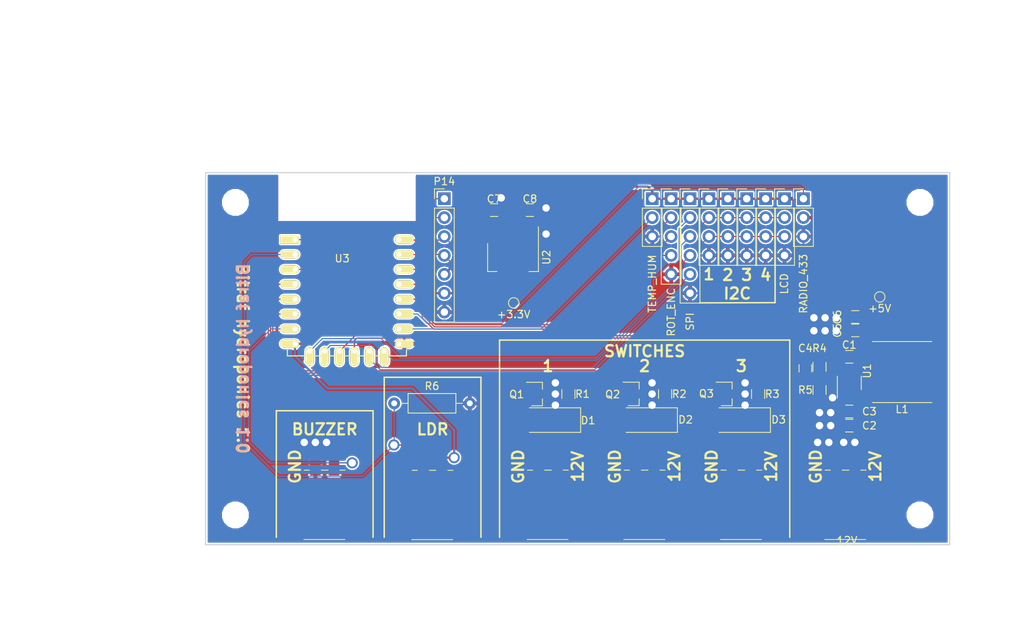
<source format=kicad_pcb>
(kicad_pcb (version 4) (host pcbnew 4.0.7+dfsg1-1)
  (layers (0 F.Cu signal) (31 B.Cu signal) (34 B.Paste user) (35 F.Paste user) (36 B.SilkS user) (37 F.SilkS user) (38 B.Mask user) (39 F.Mask user) (44 Edge.Cuts user))
  (net 0 "")
  (net 1 +12V)
  (net 2 "Net-(D1-Pad2)")
  (net 3 "Net-(D2-Pad2)")
  (net 4 "Net-(D3-Pad2)")
  (net 5 /SWITCH_1)
  (net 6 GND)
  (net 7 /SWITCH_2)
  (net 8 /SWITCH_3)
  (net 9 "Net-(U1-Pad5)")
  (net 10 +3V3)
  (net 11 +5V)
  (net 12 /~RESET)
  (net 13 /LDR)
  (net 14 /CH_PD)
  (net 15 /BUZZ)
  (net 16 /TEMP_HUM)
  (net 17 /RF_DATA)
  (net 18 /ROT_0)
  (net 19 /ROT_1)
  (net 20 /ROT_SW)
  (net 21 /TX)
  (net 22 /SPI_CS)
  (net 23 /SPI_MOSI)
  (net 24 /SCL)
  (net 25 /SDA)
  (net 26 /SPI_MISO)
  (net 27 /SPI_SCL)
  (net 28 "Net-(C1-Pad1)")
  (net 29 "Net-(C1-Pad2)")
  (net 30 "Net-(C4-Pad2)")
  (net 31 /RX)
  (module Bitraf:PhoenixContact_PTSM0,5_2-2,5-H_SMD (layer F.Cu) (at 172 104 180)
    (fp_text reference P4 hide)
    (fp_text value SWITCH_3)
    (pad 2 smd rect (at 1.25 5.02) (size 1.4 3.4) (layers F.Cu F.Paste F.Mask) (net 4 "Net-(D3-Pad2)"))
    (pad 1 smd rect (at -1.25 5.02) (size 1.4 3.4) (layers F.Cu F.Paste F.Mask) (net 1 +12V))
    (pad "" smd rect (at 3.85 -1.58) (size 2.3 5.6) (layers F.Cu F.Paste F.Mask))
    (pad "" smd rect (at -3.85 -1.58) (size 2.3 5.6) (layers F.Cu F.Paste F.Mask))
  )
  (module ESP8266:ESP-12E (layer F.Cu) (at 112 69)
    (fp_text reference U3 (at 6.35 2.54) (layer F.SilkS))
    (fp_text value ESP-12F hide)
    (pad 1 thru_hole rect (at 0 0) (size 2.5 1.1) (drill 0.65 (offset -0.7 0)) (layers *.Cu *.Mask F.SilkS) (net 12 /~RESET))
    (pad 2 thru_hole oval (at 0 2) (size 2.5 1.1) (drill 0.65 (offset -0.7 0)) (layers *.Cu *.Mask F.SilkS) (net 13 /LDR))
    (pad 3 thru_hole oval (at 0 4) (size 2.5 1.1) (drill 0.65 (offset -0.7 0)) (layers *.Cu *.Mask F.SilkS) (net 14 /CH_PD))
    (pad 4 thru_hole oval (at 0 6) (size 2.5 1.1) (drill 0.65 (offset -0.7 0)) (layers *.Cu *.Mask F.SilkS) (net 5 /SWITCH_1))
    (pad 5 thru_hole oval (at 0 8) (size 2.5 1.1) (drill 0.65 (offset -0.7 0)) (layers *.Cu *.Mask F.SilkS) (net 7 /SWITCH_2))
    (pad 6 thru_hole oval (at 0 10) (size 2.5 1.1) (drill 0.65 (offset -0.7 0)) (layers *.Cu *.Mask F.SilkS) (net 8 /SWITCH_3))
    (pad 7 thru_hole oval (at 0 12) (size 2.5 1.1) (drill 0.65 (offset -0.7 0)) (layers *.Cu *.Mask F.SilkS) (net 15 /BUZZ))
    (pad 8 thru_hole oval (at 0 14) (size 2.5 1.1) (drill 0.65 (offset -0.7 0)) (layers *.Cu *.Mask F.SilkS) (net 10 +3V3))
    (pad 9 thru_hole oval (at 14 14) (size 2.5 1.1) (drill 0.65 (offset 0.7 0)) (layers *.Cu *.Mask F.SilkS) (net 6 GND))
    (pad 10 thru_hole oval (at 14 12) (size 2.5 1.1) (drill 0.65 (offset 0.6 0)) (layers *.Cu *.Mask F.SilkS) (net 16 /TEMP_HUM))
    (pad 11 thru_hole oval (at 14 10) (size 2.5 1.1) (drill 0.65 (offset 0.7 0)) (layers *.Cu *.Mask F.SilkS) (net 17 /RF_DATA))
    (pad 12 thru_hole oval (at 14 8) (size 2.5 1.1) (drill 0.65 (offset 0.7 0)) (layers *.Cu *.Mask F.SilkS) (net 18 /ROT_0))
    (pad 13 thru_hole oval (at 14 6) (size 2.5 1.1) (drill 0.65 (offset 0.7 0)) (layers *.Cu *.Mask F.SilkS) (net 19 /ROT_1))
    (pad 14 thru_hole oval (at 14 4) (size 2.5 1.1) (drill 0.65 (offset 0.7 0)) (layers *.Cu *.Mask F.SilkS) (net 20 /ROT_SW))
    (pad 15 thru_hole oval (at 14 2) (size 2.5 1.1) (drill 0.65 (offset 0.7 0)) (layers *.Cu *.Mask F.SilkS) (net 31 /RX))
    (pad 16 thru_hole oval (at 14 0) (size 2.5 1.1) (drill 0.65 (offset 0.7 0)) (layers *.Cu *.Mask F.SilkS) (net 21 /TX))
    (pad 17 thru_hole oval (at 1.99 15 90) (size 2.5 1.1) (drill 0.65 (offset -0.7 0)) (layers *.Cu *.Mask F.SilkS) (net 22 /SPI_CS))
    (pad 18 thru_hole oval (at 3.99 15 90) (size 2.5 1.1) (drill 0.65 (offset -0.7 0)) (layers *.Cu *.Mask F.SilkS) (net 23 /SPI_MOSI))
    (pad 19 thru_hole oval (at 5.99 15 90) (size 2.5 1.1) (drill 0.65 (offset -0.7 0)) (layers *.Cu *.Mask F.SilkS) (net 24 /SCL))
    (pad 20 thru_hole oval (at 7.99 15 90) (size 2.5 1.1) (drill 0.65 (offset -0.7 0)) (layers *.Cu *.Mask F.SilkS) (net 25 /SDA))
    (pad 21 thru_hole oval (at 9.99 15 90) (size 2.5 1.1) (drill 0.65 (offset -0.7 0)) (layers *.Cu *.Mask F.SilkS) (net 26 /SPI_MISO))
    (pad 22 thru_hole oval (at 11.99 15 90) (size 2.5 1.1) (drill 0.65 (offset -0.7 0)) (layers *.Cu *.Mask F.SilkS) (net 27 /SPI_SCL))
  )
  (module Pin_Headers:Pin_Header_Straight_1x04_Pitch2.54mm (layer F.Cu) (at 167.64 63.5)
    (fp_text reference P7 hide)
    (fp_text value I2C_1 hide)
    (pad 1 thru_hole rect (at 0 0) (size 1.7 1.7) (drill 1) (layers *.Cu *.Mask) (net 11 +5V))
    (pad 2 thru_hole oval (at 0 2.54) (size 1.7 1.7) (drill 1) (layers *.Cu *.Mask) (net 24 /SCL))
    (pad 3 thru_hole oval (at 0 5.08) (size 1.7 1.7) (drill 1) (layers *.Cu *.Mask) (net 25 /SDA))
    (pad 4 thru_hole oval (at 0 7.62) (size 1.7 1.7) (drill 1) (layers *.Cu *.Mask) (net 6 GND))
  )
  (module Mounting_Holes:MountingHole_3.2mm_M3 (layer F.Cu) (at 104 64)
    (fp_text reference REF** hide)
    (fp_text value MountingHole_3.2mm_M3 hide)
    (pad 1 np_thru_hole circle (at 0 0) (size 3.2 3.2) (drill 3.2) (layers *.Cu *.Mask))
  )
  (module Mounting_Holes:MountingHole_3.2mm_M3 (layer F.Cu) (at 196 64)
    (fp_text reference REF** hide)
    (fp_text value MountingHole_3.2mm_M3 hide)
    (pad 1 np_thru_hole circle (at 0 0) (size 3.2 3.2) (drill 3.2) (layers *.Cu *.Mask))
  )
  (module Mounting_Holes:MountingHole_3.2mm_M3 (layer F.Cu) (at 196 106)
    (fp_text reference REF** hide)
    (fp_text value MountingHole_3.2mm_M3 hide)
    (pad 1 np_thru_hole circle (at 0 0) (size 3.2 3.2) (drill 3.2) (layers *.Cu *.Mask))
  )
  (module Diodes_SMD:D_SMA_Handsoldering (layer F.Cu) (at 146 93.25 180)
    (fp_text reference D1 (at -5.4 -0.05 360) (layer F.SilkS))
    (fp_text value S1MTR)
    (pad 1 smd rect (at -2.5 0 180) (size 3.5 1.8) (layers F.Cu F.Paste F.Mask) (net 1 +12V))
    (pad 2 smd rect (at 2.5 0 180) (size 3.5 1.8) (layers F.Cu F.Paste F.Mask) (net 2 "Net-(D1-Pad2)"))
  )
  (module Diodes_SMD:D_SMA_Handsoldering (layer F.Cu) (at 159 93.25 180)
    (fp_text reference D2 (at -5.5 0.05 360) (layer F.SilkS))
    (fp_text value S1MTR)
    (pad 1 smd rect (at -2.5 0 180) (size 3.5 1.8) (layers F.Cu F.Paste F.Mask) (net 1 +12V))
    (pad 2 smd rect (at 2.5 0 180) (size 3.5 1.8) (layers F.Cu F.Paste F.Mask) (net 3 "Net-(D2-Pad2)"))
  )
  (module Diodes_SMD:D_SMA_Handsoldering (layer F.Cu) (at 171.5 93.25 180)
    (fp_text reference D3 (at -5.5 0.05 360) (layer F.SilkS))
    (fp_text value S1MTR)
    (pad 1 smd rect (at -2.5 0 180) (size 3.5 1.8) (layers F.Cu F.Paste F.Mask) (net 1 +12V))
    (pad 2 smd rect (at 2.5 0 180) (size 3.5 1.8) (layers F.Cu F.Paste F.Mask) (net 4 "Net-(D3-Pad2)"))
  )
  (module TO_SOT_Packages_SMD:SOT-23 (layer F.Cu) (at 144.5 89.75)
    (fp_text reference Q1 (at -2.7 0.05 180) (layer F.SilkS))
    (fp_text value DMN2041L-7)
    (pad 1 smd rect (at -1 -0.95) (size 0.9 0.8) (layers F.Cu F.Paste F.Mask) (net 5 /SWITCH_1))
    (pad 2 smd rect (at -1 0.95) (size 0.9 0.8) (layers F.Cu F.Paste F.Mask) (net 2 "Net-(D1-Pad2)"))
    (pad 3 smd rect (at 1 0) (size 0.9 0.8) (layers F.Cu F.Paste F.Mask) (net 6 GND))
  )
  (module TO_SOT_Packages_SMD:SOT-23 (layer F.Cu) (at 157.5 89.737774)
    (fp_text reference Q2 (at -2.8 0.062226 180) (layer F.SilkS))
    (fp_text value DMN2041L-7)
    (pad 1 smd rect (at -1 -0.95) (size 0.9 0.8) (layers F.Cu F.Paste F.Mask) (net 7 /SWITCH_2))
    (pad 2 smd rect (at -1 0.95) (size 0.9 0.8) (layers F.Cu F.Paste F.Mask) (net 3 "Net-(D2-Pad2)"))
    (pad 3 smd rect (at 1 0) (size 0.9 0.8) (layers F.Cu F.Paste F.Mask) (net 6 GND))
  )
  (module TO_SOT_Packages_SMD:SOT-23 (layer F.Cu) (at 170 89.737774)
    (fp_text reference Q3 (at -2.7 -0.037774) (layer F.SilkS))
    (fp_text value DMN2041L-7)
    (pad 1 smd rect (at -1 -0.95) (size 0.9 0.8) (layers F.Cu F.Paste F.Mask) (net 8 /SWITCH_3))
    (pad 2 smd rect (at -1 0.95) (size 0.9 0.8) (layers F.Cu F.Paste F.Mask) (net 4 "Net-(D3-Pad2)"))
    (pad 3 smd rect (at 1 0) (size 0.9 0.8) (layers F.Cu F.Paste F.Mask) (net 6 GND))
  )
  (module TO_SOT_Packages_SMD:SOT-23-6_Handsoldering (layer F.Cu) (at 186.5 88.25 90)
    (fp_text reference U1 (at 1.6 2.4 270) (layer F.SilkS))
    (fp_text value TPS54202)
    (pad 1 smd rect (at -1.35 -0.95 90) (size 1.56 0.65) (layers F.Cu F.Paste F.Mask) (net 6 GND))
    (pad 2 smd rect (at -1.35 0 90) (size 1.56 0.65) (layers F.Cu F.Paste F.Mask) (net 29 "Net-(C1-Pad2)"))
    (pad 3 smd rect (at -1.35 0.95 90) (size 1.56 0.65) (layers F.Cu F.Paste F.Mask) (net 1 +12V))
    (pad 4 smd rect (at 1.35 0.95 90) (size 1.56 0.65) (layers F.Cu F.Paste F.Mask) (net 30 "Net-(C4-Pad2)"))
    (pad 6 smd rect (at 1.35 -0.95 90) (size 1.56 0.65) (layers F.Cu F.Paste F.Mask) (net 28 "Net-(C1-Pad1)"))
    (pad 5 smd rect (at 1.35 0 90) (size 1.56 0.65) (layers F.Cu F.Paste F.Mask) (net 9 "Net-(U1-Pad5)"))
  )
  (module TO_SOT_Packages_SMD:SOT-223 (layer F.Cu) (at 141.31 71.38 270)
    (fp_text reference U2 (at 0 -4.5 270) (layer F.SilkS))
    (fp_text value AP2114H-3.3TRG1)
    (pad 4 smd rect (at 3.15 0 270) (size 2 3.8) (layers F.Cu F.Paste F.Mask) (net 10 +3V3))
    (pad 2 smd rect (at -3.15 0 270) (size 2 1.5) (layers F.Cu F.Paste F.Mask) (net 10 +3V3))
    (pad 3 smd rect (at -3.15 2.3 270) (size 2 1.5) (layers F.Cu F.Paste F.Mask) (net 11 +5V))
    (pad 1 smd rect (at -3.15 -2.3 270) (size 2 1.5) (layers F.Cu F.Paste F.Mask) (net 6 GND))
  )
  (module Capacitors_SMD:C_0805 (layer F.Cu) (at 186.5 84.75)
    (fp_text reference C1 (at 0 -1.6 180) (layer F.SilkS))
    (fp_text value 0.1u)
    (pad 1 smd rect (at -1 0) (size 1 1.25) (layers F.Cu F.Paste F.Mask) (net 28 "Net-(C1-Pad1)"))
    (pad 2 smd rect (at 1 0) (size 1 1.25) (layers F.Cu F.Paste F.Mask) (net 29 "Net-(C1-Pad2)"))
  )
  (module Capacitors_SMD:C_0805 (layer F.Cu) (at 186.5 94 180)
    (fp_text reference C2 (at -2.7 0 360) (layer F.SilkS))
    (fp_text value 10u)
    (pad 1 smd rect (at -1 0 180) (size 1 1.25) (layers F.Cu F.Paste F.Mask) (net 1 +12V))
    (pad 2 smd rect (at 1 0 180) (size 1 1.25) (layers F.Cu F.Paste F.Mask) (net 6 GND))
  )
  (module Capacitors_SMD:C_0805 (layer F.Cu) (at 186.5 92.1 180)
    (fp_text reference C3 (at -2.7 0 360) (layer F.SilkS))
    (fp_text value 0.1u)
    (pad 1 smd rect (at -1 0 180) (size 1 1.25) (layers F.Cu F.Paste F.Mask) (net 1 +12V))
    (pad 2 smd rect (at 1 0 180) (size 1 1.25) (layers F.Cu F.Paste F.Mask) (net 6 GND))
  )
  (module Capacitors_SMD:C_0805 (layer F.Cu) (at 180.6 86.3 270)
    (fp_text reference C4 (at -2.7 0 540) (layer F.SilkS))
    (fp_text value 75p)
    (pad 1 smd rect (at -1 0 270) (size 1 1.25) (layers F.Cu F.Paste F.Mask) (net 11 +5V))
    (pad 2 smd rect (at 1 0 270) (size 1 1.25) (layers F.Cu F.Paste F.Mask) (net 30 "Net-(C4-Pad2)"))
  )
  (module Capacitors_SMD:C_0805 (layer F.Cu) (at 187.3 81.2 180)
    (fp_text reference C5 (at 2.4 0 270) (layer F.SilkS))
    (fp_text value 22u)
    (pad 1 smd rect (at -1 0 180) (size 1 1.25) (layers F.Cu F.Paste F.Mask) (net 11 +5V))
    (pad 2 smd rect (at 1 0 180) (size 1 1.25) (layers F.Cu F.Paste F.Mask) (net 6 GND))
  )
  (module Capacitors_SMD:C_0805 (layer F.Cu) (at 187.3 79.4 180)
    (fp_text reference C6 (at 2.4 0 270) (layer F.SilkS))
    (fp_text value 22u)
    (pad 1 smd rect (at -1 0 180) (size 1 1.25) (layers F.Cu F.Paste F.Mask) (net 11 +5V))
    (pad 2 smd rect (at 1 0 180) (size 1 1.25) (layers F.Cu F.Paste F.Mask) (net 6 GND))
  )
  (module Capacitors_SMD:C_0805 (layer F.Cu) (at 138.77 65.03)
    (fp_text reference C7 (at 0 -1.5) (layer F.SilkS))
    (fp_text value 4.7µ)
    (pad 1 smd rect (at -1 0) (size 1 1.25) (layers F.Cu F.Paste F.Mask) (net 11 +5V))
    (pad 2 smd rect (at 1 0) (size 1 1.25) (layers F.Cu F.Paste F.Mask) (net 6 GND))
  )
  (module Capacitors_SMD:C_0805 (layer F.Cu) (at 143.58 65.03)
    (fp_text reference C8 (at 0 -1.5) (layer F.SilkS))
    (fp_text value 4.7µ)
    (pad 1 smd rect (at -1 0) (size 1 1.25) (layers F.Cu F.Paste F.Mask) (net 10 +3V3))
    (pad 2 smd rect (at 1 0) (size 1 1.25) (layers F.Cu F.Paste F.Mask) (net 6 GND))
  )
  (module Inductors_SMD:L_Taiyo-Yuden_NR-80xx (layer F.Cu) (at 193.6 86.8 180)
    (fp_text reference L1 (at 0 -5 180) (layer F.SilkS))
    (fp_text value 15u)
    (pad 1 smd rect (at -2.8 0 180) (size 1.8 7.7) (layers F.Cu F.Paste F.Mask) (net 11 +5V))
    (pad 2 smd rect (at 2.8 0 180) (size 1.8 7.7) (layers F.Cu F.Paste F.Mask) (net 29 "Net-(C1-Pad2)"))
  )
  (module Pin_Headers:Pin_Header_Straight_1x04_Pitch2.54mm (layer F.Cu) (at 177.8 63.5)
    (fp_text reference P5 hide)
    (fp_text value LCD (at -0.04 11.43 90) (layer F.SilkS))
    (pad 1 thru_hole rect (at 0 0) (size 1.7 1.7) (drill 1) (layers *.Cu *.Mask) (net 11 +5V))
    (pad 2 thru_hole oval (at 0 2.54) (size 1.7 1.7) (drill 1) (layers *.Cu *.Mask) (net 24 /SCL))
    (pad 3 thru_hole oval (at 0 5.08) (size 1.7 1.7) (drill 1) (layers *.Cu *.Mask) (net 25 /SDA))
    (pad 4 thru_hole oval (at 0 7.62) (size 1.7 1.7) (drill 1) (layers *.Cu *.Mask) (net 6 GND))
  )
  (module Pin_Headers:Pin_Header_Straight_1x05_Pitch2.54mm (layer F.Cu) (at 162.56 63.5)
    (fp_text reference P6 hide)
    (fp_text value ROT_ENC (at 0 15.24 90) (layer F.SilkS))
    (pad 1 thru_hole rect (at 0 0) (size 1.7 1.7) (drill 1) (layers *.Cu *.Mask) (net 11 +5V))
    (pad 2 thru_hole oval (at 0 2.54) (size 1.7 1.7) (drill 1) (layers *.Cu *.Mask) (net 20 /ROT_SW))
    (pad 3 thru_hole oval (at 0 5.08) (size 1.7 1.7) (drill 1) (layers *.Cu *.Mask) (net 19 /ROT_1))
    (pad 4 thru_hole oval (at 0 7.62) (size 1.7 1.7) (drill 1) (layers *.Cu *.Mask) (net 18 /ROT_0))
    (pad 5 thru_hole oval (at 0 10.16) (size 1.7 1.7) (drill 1) (layers *.Cu *.Mask) (net 6 GND))
  )
  (module Pin_Headers:Pin_Header_Straight_1x03_Pitch2.54mm (layer F.Cu) (at 160.02 63.5)
    (fp_text reference P13 hide)
    (fp_text value TEMP_HUM (at 0 11.43 90) (layer F.SilkS))
    (pad 1 thru_hole rect (at 0 0) (size 1.7 1.7) (drill 1) (layers *.Cu *.Mask) (net 11 +5V))
    (pad 2 thru_hole oval (at 0 2.54) (size 1.7 1.7) (drill 1) (layers *.Cu *.Mask) (net 16 /TEMP_HUM))
    (pad 3 thru_hole oval (at 0 5.08) (size 1.7 1.7) (drill 1) (layers *.Cu *.Mask) (net 6 GND))
  )
  (module Pin_Headers:Pin_Header_Straight_1x06_Pitch2.54mm (layer F.Cu) (at 165.1 63.5)
    (fp_text reference P15 hide)
    (fp_text value SPI (at 0 16.51 90) (layer F.SilkS))
    (pad 1 thru_hole rect (at 0 0) (size 1.7 1.7) (drill 1) (layers *.Cu *.Mask) (net 11 +5V))
    (pad 2 thru_hole oval (at 0 2.54) (size 1.7 1.7) (drill 1) (layers *.Cu *.Mask) (net 22 /SPI_CS))
    (pad 3 thru_hole oval (at 0 5.08) (size 1.7 1.7) (drill 1) (layers *.Cu *.Mask) (net 27 /SPI_SCL))
    (pad 4 thru_hole oval (at 0 7.62) (size 1.7 1.7) (drill 1) (layers *.Cu *.Mask) (net 23 /SPI_MOSI))
    (pad 5 thru_hole oval (at 0 10.16) (size 1.7 1.7) (drill 1) (layers *.Cu *.Mask) (net 26 /SPI_MISO))
    (pad 6 thru_hole oval (at 0 12.7) (size 1.7 1.7) (drill 1) (layers *.Cu *.Mask) (net 6 GND))
  )
  (module Resistors_SMD:R_0805 (layer F.Cu) (at 148.75 89.75 270)
    (fp_text reference R1 (at 0 -1.9 360) (layer F.SilkS))
    (fp_text value 10k)
    (pad 1 smd rect (at -0.95 0 270) (size 0.7 1.3) (layers F.Cu F.Paste F.Mask) (net 5 /SWITCH_1))
    (pad 2 smd rect (at 0.95 0 270) (size 0.7 1.3) (layers F.Cu F.Paste F.Mask) (net 6 GND))
  )
  (module Resistors_SMD:R_0805 (layer F.Cu) (at 161.75 89.75 270)
    (fp_text reference R2 (at 0 -1.9 360) (layer F.SilkS))
    (fp_text value 10k)
    (pad 1 smd rect (at -0.95 0 270) (size 0.7 1.3) (layers F.Cu F.Paste F.Mask) (net 7 /SWITCH_2))
    (pad 2 smd rect (at 0.95 0 270) (size 0.7 1.3) (layers F.Cu F.Paste F.Mask) (net 6 GND))
  )
  (module Resistors_SMD:R_0805 (layer F.Cu) (at 174.25 89.75 270)
    (fp_text reference R3 (at 0 -1.9 360) (layer F.SilkS))
    (fp_text value 10k)
    (pad 1 smd rect (at -0.95 0 270) (size 0.7 1.3) (layers F.Cu F.Paste F.Mask) (net 8 /SWITCH_3))
    (pad 2 smd rect (at 0.95 0 270) (size 0.7 1.3) (layers F.Cu F.Paste F.Mask) (net 6 GND))
  )
  (module Resistors_SMD:R_0805 (layer F.Cu) (at 182.5 86.1 270)
    (fp_text reference R4 (at -2.5 0 360) (layer F.SilkS))
    (fp_text value 100k)
    (pad 1 smd rect (at -0.95 0 270) (size 0.7 1.3) (layers F.Cu F.Paste F.Mask) (net 11 +5V))
    (pad 2 smd rect (at 0.95 0 270) (size 0.7 1.3) (layers F.Cu F.Paste F.Mask) (net 30 "Net-(C4-Pad2)"))
  )
  (module Resistors_SMD:R_0805 (layer F.Cu) (at 182.5 89.2 270)
    (fp_text reference R5 (at 0 1.9 360) (layer F.SilkS))
    (fp_text value 13.3k)
    (pad 1 smd rect (at -0.95 0 270) (size 0.7 1.3) (layers F.Cu F.Paste F.Mask) (net 30 "Net-(C4-Pad2)"))
    (pad 2 smd rect (at 0.95 0 270) (size 0.7 1.3) (layers F.Cu F.Paste F.Mask) (net 6 GND))
  )
  (module Pin_Headers:Pin_Header_Straight_1x04_Pitch2.54mm (layer F.Cu) (at 170.18 63.5)
    (fp_text reference P8 hide)
    (fp_text value I2C_2 hide)
    (pad 1 thru_hole rect (at 0 0) (size 1.7 1.7) (drill 1) (layers *.Cu *.Mask) (net 11 +5V))
    (pad 2 thru_hole oval (at 0 2.54) (size 1.7 1.7) (drill 1) (layers *.Cu *.Mask) (net 24 /SCL))
    (pad 3 thru_hole oval (at 0 5.08) (size 1.7 1.7) (drill 1) (layers *.Cu *.Mask) (net 25 /SDA))
    (pad 4 thru_hole oval (at 0 7.62) (size 1.7 1.7) (drill 1) (layers *.Cu *.Mask) (net 6 GND))
  )
  (module Pin_Headers:Pin_Header_Straight_1x04_Pitch2.54mm (layer F.Cu) (at 172.72 63.5)
    (fp_text reference P9 hide)
    (fp_text value I2C_3 hide)
    (pad 1 thru_hole rect (at 0 0) (size 1.7 1.7) (drill 1) (layers *.Cu *.Mask) (net 11 +5V))
    (pad 2 thru_hole oval (at 0 2.54) (size 1.7 1.7) (drill 1) (layers *.Cu *.Mask) (net 24 /SCL))
    (pad 3 thru_hole oval (at 0 5.08) (size 1.7 1.7) (drill 1) (layers *.Cu *.Mask) (net 25 /SDA))
    (pad 4 thru_hole oval (at 0 7.62) (size 1.7 1.7) (drill 1) (layers *.Cu *.Mask) (net 6 GND))
  )
  (module Pin_Headers:Pin_Header_Straight_1x04_Pitch2.54mm (layer F.Cu) (at 175.26 63.5)
    (fp_text reference P10 hide)
    (fp_text value I2C_4 hide)
    (pad 1 thru_hole rect (at 0 0) (size 1.7 1.7) (drill 1) (layers *.Cu *.Mask) (net 11 +5V))
    (pad 2 thru_hole oval (at 0 2.54) (size 1.7 1.7) (drill 1) (layers *.Cu *.Mask) (net 24 /SCL))
    (pad 3 thru_hole oval (at 0 5.08) (size 1.7 1.7) (drill 1) (layers *.Cu *.Mask) (net 25 /SDA))
    (pad 4 thru_hole oval (at 0 7.62) (size 1.7 1.7) (drill 1) (layers *.Cu *.Mask) (net 6 GND))
  )
  (module Socket_Strips:Socket_Strip_Straight_1x03_Pitch2.54mm (layer F.Cu) (at 180.34 63.5)
    (fp_text reference P16 hide)
    (fp_text value RADIO_433 (at 0 11.43 90) (layer F.SilkS))
    (pad 1 thru_hole rect (at 0 0) (size 1.7 1.7) (drill 1) (layers *.Cu *.Mask) (net 17 /RF_DATA))
    (pad 2 thru_hole oval (at 0 2.54) (size 1.7 1.7) (drill 1) (layers *.Cu *.Mask) (net 1 +12V))
    (pad 3 thru_hole oval (at 0 5.08) (size 1.7 1.7) (drill 1) (layers *.Cu *.Mask) (net 6 GND))
  )
  (module Mounting_Holes:MountingHole_3.2mm_M3 (layer F.Cu) (at 104 106)
    (fp_text reference REF** hide)
    (fp_text value MountingHole_3.2mm_M3 hide)
    (pad 1 np_thru_hole circle (at 0 0) (size 3.2 3.2) (drill 3.2) (layers *.Cu *.Mask))
  )
  (module Resistors_THT:R_Axial_DIN0207_L6.3mm_D2.5mm_P10.16mm_Horizontal (layer F.Cu) (at 125.34 91)
    (fp_text reference R6 (at 5.08 -2.31) (layer F.SilkS))
    (fp_text value R)
    (pad 1 thru_hole circle (at 0 0) (size 1.6 1.6) (drill 0.8) (layers *.Cu *.Mask) (net 13 /LDR))
    (pad 2 thru_hole oval (at 10.16 0) (size 1.6 1.6) (drill 0.8) (layers *.Cu *.Mask) (net 6 GND))
  )
  (module Bitraf:PhoenixContact_PTSM0,5_2-2,5-H_SMD (layer F.Cu) (at 186 104 180)
    (fp_text reference P1 hide)
    (fp_text value 12V (at -0.2 -5.43 180) (layer F.SilkS))
    (pad 2 smd rect (at 1.25 5.02) (size 1.4 3.4) (layers F.Cu F.Paste F.Mask) (net 6 GND))
    (pad 1 smd rect (at -1.25 5.02) (size 1.4 3.4) (layers F.Cu F.Paste F.Mask) (net 1 +12V))
    (pad "" smd rect (at 3.85 -1.58) (size 2.3 5.6) (layers F.Cu F.Paste F.Mask))
    (pad "" smd rect (at -3.85 -1.58) (size 2.3 5.6) (layers F.Cu F.Paste F.Mask))
  )
  (module Bitraf:PhoenixContact_PTSM0,5_2-2,5-H_SMD (layer F.Cu) (at 146 104 180)
    (fp_text reference P2 hide)
    (fp_text value SWITCH_1 hide)
    (pad 2 smd rect (at 1.25 5.02) (size 1.4 3.4) (layers F.Cu F.Paste F.Mask) (net 2 "Net-(D1-Pad2)"))
    (pad 1 smd rect (at -1.25 5.02) (size 1.4 3.4) (layers F.Cu F.Paste F.Mask) (net 1 +12V))
    (pad "" smd rect (at 3.85 -1.58) (size 2.3 5.6) (layers F.Cu F.Paste F.Mask))
    (pad "" smd rect (at -3.85 -1.58) (size 2.3 5.6) (layers F.Cu F.Paste F.Mask))
  )
  (module Bitraf:PhoenixContact_PTSM0,5_2-2,5-H_SMD (layer F.Cu) (at 159 104 180)
    (fp_text reference P3 hide)
    (fp_text value SWITCH_2)
    (pad 2 smd rect (at 1.25 5.02) (size 1.4 3.4) (layers F.Cu F.Paste F.Mask) (net 3 "Net-(D2-Pad2)"))
    (pad 1 smd rect (at -1.25 5.02) (size 1.4 3.4) (layers F.Cu F.Paste F.Mask) (net 1 +12V))
    (pad "" smd rect (at 3.85 -1.58) (size 2.3 5.6) (layers F.Cu F.Paste F.Mask))
    (pad "" smd rect (at -3.85 -1.58) (size 2.3 5.6) (layers F.Cu F.Paste F.Mask))
  )
  (module Bitraf:PhoenixContact_PTSM0,5_2-2,5-H_SMD (layer F.Cu) (at 116 104 180)
    (fp_text reference P11 hide)
    (fp_text value BUZZER (at 0 9.5 180) (layer F.SilkS) (effects (font (size 1.5 1.5) (thickness 0.3))))
    (pad 2 smd rect (at 1.25 5.02) (size 1.4 3.4) (layers F.Cu F.Paste F.Mask) (net 6 GND))
    (pad 1 smd rect (at -1.25 5.02) (size 1.4 3.4) (layers F.Cu F.Paste F.Mask) (net 15 /BUZZ))
    (pad "" smd rect (at 3.85 -1.58) (size 2.3 5.6) (layers F.Cu F.Paste F.Mask))
    (pad "" smd rect (at -3.85 -1.58) (size 2.3 5.6) (layers F.Cu F.Paste F.Mask))
  )
  (module Bitraf:PhoenixContact_PTSM0,5_2-2,5-H_SMD (layer F.Cu) (at 130.5 104.02 180)
    (fp_text reference P12 hide)
    (fp_text value LDR (at 0 9.52 180) (layer F.SilkS) (effects (font (size 1.5 1.5) (thickness 0.3))))
    (pad 2 smd rect (at 1.25 5.02) (size 1.4 3.4) (layers F.Cu F.Paste F.Mask) (net 13 /LDR))
    (pad 1 smd rect (at -1.25 5.02) (size 1.4 3.4) (layers F.Cu F.Paste F.Mask) (net 10 +3V3))
    (pad "" smd rect (at 3.85 -1.58) (size 2.3 5.6) (layers F.Cu F.Paste F.Mask))
    (pad "" smd rect (at -3.85 -1.58) (size 2.3 5.6) (layers F.Cu F.Paste F.Mask))
  )
  (module Pin_Headers:Pin_Header_Straight_1x07_Pitch2.54mm (layer F.Cu) (at 132.08 63.5)
    (fp_text reference P14 (at 0 -2.33) (layer F.SilkS))
    (fp_text value PROGRAMMER)
    (pad 1 thru_hole rect (at 0 0) (size 1.7 1.7) (drill 1) (layers *.Cu *.Mask) (net 12 /~RESET))
    (pad 2 thru_hole oval (at 0 2.54) (size 1.7 1.7) (drill 1) (layers *.Cu *.Mask) (net 14 /CH_PD))
    (pad 3 thru_hole oval (at 0 5.08) (size 1.7 1.7) (drill 1) (layers *.Cu *.Mask) (net 21 /TX))
    (pad 4 thru_hole oval (at 0 7.62) (size 1.7 1.7) (drill 1) (layers *.Cu *.Mask) (net 31 /RX))
    (pad 5 thru_hole oval (at 0 10.16) (size 1.7 1.7) (drill 1) (layers *.Cu *.Mask) (net 11 +5V))
    (pad 6 thru_hole oval (at 0 12.7) (size 1.7 1.7) (drill 1) (layers *.Cu *.Mask) (net 10 +3V3))
    (pad 7 thru_hole oval (at 0 15.24) (size 1.7 1.7) (drill 1) (layers *.Cu *.Mask) (net 6 GND))
  )
  (module Connectors_TestPoints:Test_Point_Pad_d1.0mm (layer F.Cu) (at 190.6 76.7)
    (fp_text reference TP1 hide)
    (fp_text value +5V (at 0 1.55) (layer F.SilkS))
    (pad 1 smd circle (at 0 0) (size 1 1) (layers F.Cu F.Mask) (net 11 +5V))
  )
  (module Connectors_TestPoints:Test_Point_Pad_d1.0mm (layer F.Cu) (at 141.4 77.5)
    (fp_text reference TP2 hide)
    (fp_text value +3.3V (at 0 1.55) (layer F.SilkS))
    (pad 1 smd circle (at 0 0) (size 1 1) (layers F.Cu F.Mask) (net 10 +3V3))
  )
  (gr_text 4 (at 175.26 73.75) (layer F.SilkS) (effects (font (size 1.5 1.5) (thickness 0.3))))
  (gr_text 3 (at 172.72 73.75) (layer F.SilkS) (effects (font (size 1.5 1.5) (thickness 0.3))))
  (gr_text 2 (at 170.18 73.75) (layer F.SilkS) (effects (font (size 1.5 1.5) (thickness 0.3))))
  (gr_text 1 (at 167.64 73.66) (layer F.SilkS) (effects (font (size 1.5 1.5) (thickness 0.3))))
  (gr_text I2C (at 171.45 76.25) (layer F.SilkS) (effects (font (size 1.5 1.5) (thickness 0.3))))
  (gr_line (start 176.53 77.47) (end 176.53 72.39) (layer F.SilkS) (width 0.2))
  (gr_line (start 166.4 77.5) (end 176.53 77.47) (layer F.SilkS) (width 0.2))
  (gr_text GND (at 112 99.5 90) (layer F.SilkS) (effects (font (size 1.5 1.5) (thickness 0.3))))
  (gr_line (start 109.5 92) (end 109.5 109) (layer F.SilkS) (width 0.2))
  (gr_line (start 122.5 92) (end 109.5 92) (layer F.SilkS) (width 0.2))
  (gr_line (start 122.5 109) (end 122.5 92) (layer F.SilkS) (width 0.2))
  (gr_line (start 124 87.5) (end 124 109) (layer F.SilkS) (width 0.2))
  (gr_line (start 137 87.5) (end 124 87.5) (layer F.SilkS) (width 0.2))
  (gr_line (start 137 109) (end 137 87.5) (layer F.SilkS) (width 0.2))
  (gr_text 3 (at 172 86) (layer F.SilkS) (effects (font (size 1.5 1.5) (thickness 0.3))))
  (gr_text 2 (at 159 86) (layer F.SilkS) (effects (font (size 1.5 1.5) (thickness 0.3))))
  (gr_text 1 (at 146 86) (layer F.SilkS) (effects (font (size 1.5 1.5) (thickness 0.3))))
  (gr_text SWITCHES (at 159 84) (layer F.SilkS) (effects (font (size 1.5 1.5) (thickness 0.3))))
  (gr_line (start 178.5 82.5) (end 178.5 109) (layer F.SilkS) (width 0.2))
  (gr_line (start 139.5 82.5) (end 178.5 82.5) (layer F.SilkS) (width 0.2))
  (gr_line (start 139.5 109) (end 139.5 82.5) (layer F.SilkS) (width 0.2))
  (gr_text GND (at 142 99.5 90) (layer F.SilkS) (effects (font (size 1.5 1.5) (thickness 0.3))))
  (gr_text GND (at 155 99.5 90) (layer F.SilkS) (effects (font (size 1.5 1.5) (thickness 0.3))))
  (gr_text GND (at 168 99.5 90) (layer F.SilkS) (effects (font (size 1.5 1.5) (thickness 0.3))))
  (gr_text 12V (at 150 99.5 90) (layer F.SilkS) (effects (font (size 1.5 1.5) (thickness 0.3))))
  (gr_text 12V (at 163 99.5 90) (layer F.SilkS) (effects (font (size 1.5 1.5) (thickness 0.3))))
  (gr_text 12V (at 176 99.5 90) (layer F.SilkS) (effects (font (size 1.5 1.5) (thickness 0.3))))
  (gr_text GND (at 182 99.5 90) (layer F.SilkS) (effects (font (size 1.5 1.5) (thickness 0.3))))
  (gr_text 12V (at 190 99.5 90) (layer F.SilkS) (effects (font (size 1.5 1.5) (thickness 0.3))))
  (gr_text "Bitraf hydroponics 1.0" (at 105 85 90) (layer B.SilkS) (effects (font (size 1.5 1.5) (thickness 0.3)) (justify mirror)))
  (gr_text "Bitraf hydroponics 1.0" (at 105 85 270) (layer F.SilkS) (effects (font (size 1.5 1.5) (thickness 0.3))))
  (gr_line (start 100 110) (end 100 60) (layer Edge.Cuts) (width 0.15))
  (gr_line (start 200 110) (end 100 110) (layer Edge.Cuts) (width 0.15))
  (gr_line (start 200 60) (end 200 110) (layer Edge.Cuts) (width 0.15))
  (gr_line (start 100 60) (end 200 60) (layer Edge.Cuts) (width 0.15))
  (segment (start 180.34 66.04) (end 190.5 66.04) (width 0.5) (layer F.Cu) (net 1))
  (segment (start 190.5 66.04) (end 198.752387 74.292387) (width 0.5) (layer F.Cu) (net 1))
  (segment (start 198.752387 74.292387) (end 198.752387 93.647613) (width 0.5) (layer F.Cu) (net 1))
  (segment (start 198.752387 93.647613) (end 193.42 98.98) (width 0.5) (layer F.Cu) (net 1))
  (segment (start 193.42 98.98) (end 187.25 98.98) (width 0.5) (layer F.Cu) (net 1))
  (segment (start 173.25 94) (end 174 93.25) (width 0.3) (layer F.Cu) (net 1))
  (segment (start 187.45 89.6) (end 187.45 92.05) (width 0.5) (layer F.Cu) (net 1))
  (segment (start 187.45 92.05) (end 187.5 92.1) (width 0.3) (layer F.Cu) (net 1))
  (segment (start 146.715 100.65) (end 146.685 100.68) (width 0.15) (layer F.Cu) (net 1))
  (segment (start 143.5 93.25) (end 143.5 98.73) (width 0.3) (layer F.Cu) (net 2))
  (segment (start 143.5 98.73) (end 143.75 98.98) (width 0.3) (layer F.Cu) (net 2))
  (segment (start 143.75 98.98) (end 144.75 98.98) (width 0.3) (layer F.Cu) (net 2))
  (segment (start 143.5 90.7) (end 143.5 93.25) (width 0.3) (layer F.Cu) (net 2))
  (segment (start 156.5 93.25) (end 156.5 98.58) (width 0.3) (layer F.Cu) (net 3))
  (segment (start 156.9 98.98) (end 157.75 98.98) (width 0.3) (layer F.Cu) (net 3))
  (segment (start 156.5 98.58) (end 156.9 98.98) (width 0.3) (layer F.Cu) (net 3))
  (segment (start 156.5 90.687774) (end 156.5 93.25) (width 0.3) (layer F.Cu) (net 3))
  (segment (start 169 90.687774) (end 169 93.25) (width 0.3) (layer F.Cu) (net 4))
  (segment (start 169 93.25) (end 169 98.08) (width 0.3) (layer F.Cu) (net 4))
  (segment (start 169 98.08) (end 169.9 98.98) (width 0.3) (layer F.Cu) (net 4))
  (segment (start 169.9 98.98) (end 170.75 98.98) (width 0.3) (layer F.Cu) (net 4))
  (segment (start 139.569426 87.234834) (end 143.5 87.234834) (width 0.15) (layer F.Cu) (net 5))
  (segment (start 143.5 87.234834) (end 147.427838 87.234834) (width 0.15) (layer F.Cu) (net 5))
  (segment (start 143.5 88.8) (end 143.5 87.234834) (width 0.15) (layer F.Cu) (net 5))
  (segment (start 147.427838 87.234834) (end 148.75 88.556996) (width 0.15) (layer F.Cu) (net 5))
  (segment (start 148.75 88.556996) (end 148.75 88.8) (width 0.15) (layer F.Cu) (net 5))
  (segment (start 112 75) (end 109.213018 75) (width 0.15) (layer F.Cu) (net 5))
  (segment (start 111.420963 87.234834) (end 139.569426 87.234834) (width 0.15) (layer F.Cu) (net 5))
  (segment (start 109.213018 75) (end 108.428165 75.784853) (width 0.15) (layer F.Cu) (net 5))
  (segment (start 108.428165 75.784853) (end 108.428165 84.242036) (width 0.15) (layer F.Cu) (net 5))
  (segment (start 108.428165 84.242036) (end 111.420963 87.234834) (width 0.15) (layer F.Cu) (net 5))
  (segment (start 114.75 96.25) (end 113.25 96.25) (width 0.3) (layer F.Cu) (net 6))
  (via (at 113.25 96.25) (size 1.5) (drill 1) (layers F.Cu B.Cu) (net 6))
  (segment (start 114.75 96.25) (end 116.25 96.25) (width 0.3) (layer F.Cu) (net 6))
  (via (at 116.25 96.25) (size 1.5) (drill 1) (layers F.Cu B.Cu) (net 6))
  (segment (start 114.75 98.98) (end 114.75 96.25) (width 0.3) (layer F.Cu) (net 6))
  (via (at 114.75 96.25) (size 1.5) (drill 1) (layers F.Cu B.Cu) (net 6))
  (segment (start 148.75 90.7) (end 147.95 90.7) (width 0.3) (layer F.Cu) (net 6))
  (segment (start 147.95 90.7) (end 147 89.75) (width 0.3) (layer F.Cu) (net 6))
  (segment (start 147 91.25) (end 148.57608 91.25) (width 0.3) (layer F.Cu) (net 6))
  (segment (start 148.57608 91.25) (end 148.75 91.07608) (width 0.3) (layer F.Cu) (net 6))
  (segment (start 148.75 91.07608) (end 148.75 90.7) (width 0.3) (layer F.Cu) (net 6))
  (via (at 147 88.25) (size 1.5) (drill 1) (layers F.Cu B.Cu) (net 6))
  (segment (start 145.5 89.75) (end 147 88.25) (width 0.3) (layer F.Cu) (net 6))
  (segment (start 145.5 89.75) (end 147 91.25) (width 0.3) (layer F.Cu) (net 6))
  (via (at 147 91.25) (size 1.5) (drill 1) (layers F.Cu B.Cu) (net 6))
  (segment (start 145.5 89.75) (end 147 89.75) (width 0.3) (layer F.Cu) (net 6))
  (via (at 147 89.75) (size 1.5) (drill 1) (layers F.Cu B.Cu) (net 6))
  (segment (start 160 91.25) (end 161.579495 91.25) (width 0.3) (layer F.Cu) (net 6))
  (segment (start 161.75 91.079495) (end 161.75 90.7) (width 0.3) (layer F.Cu) (net 6))
  (segment (start 161.579495 91.25) (end 161.75 91.079495) (width 0.3) (layer F.Cu) (net 6))
  (segment (start 172.5 91.25) (end 174.103254 91.25) (width 0.3) (layer F.Cu) (net 6))
  (segment (start 174.103254 91.25) (end 174.25 91.103254) (width 0.3) (layer F.Cu) (net 6))
  (segment (start 174.25 91.103254) (end 174.25 90.7) (width 0.3) (layer F.Cu) (net 6))
  (segment (start 174.25 90.7) (end 173.45 90.7) (width 0.3) (layer F.Cu) (net 6))
  (segment (start 173.45 90.7) (end 172.5 89.75) (width 0.3) (layer F.Cu) (net 6))
  (segment (start 171 89.737774) (end 171.012226 89.737774) (width 0.3) (layer F.Cu) (net 6))
  (segment (start 171.012226 89.737774) (end 172.5 88.25) (width 0.3) (layer F.Cu) (net 6))
  (via (at 172.5 88.25) (size 1.5) (drill 1) (layers F.Cu B.Cu) (net 6))
  (segment (start 171 89.737774) (end 171 89.75) (width 0.3) (layer F.Cu) (net 6))
  (segment (start 171 89.75) (end 172.5 91.25) (width 0.3) (layer F.Cu) (net 6))
  (via (at 172.5 91.25) (size 1.5) (drill 1) (layers F.Cu B.Cu) (net 6))
  (segment (start 171 89.737774) (end 172.487774 89.737774) (width 0.3) (layer F.Cu) (net 6))
  (segment (start 172.487774 89.737774) (end 172.5 89.75) (width 0.3) (layer F.Cu) (net 6))
  (via (at 172.5 89.75) (size 1.5) (drill 1) (layers F.Cu B.Cu) (net 6))
  (segment (start 161.75 90.7) (end 160.95 90.7) (width 0.3) (layer F.Cu) (net 6))
  (segment (start 160.95 90.7) (end 160 89.75) (width 0.3) (layer F.Cu) (net 6))
  (segment (start 158.5 89.737774) (end 158.5 89.75) (width 0.3) (layer F.Cu) (net 6))
  (segment (start 158.5 89.75) (end 160 91.25) (width 0.3) (layer F.Cu) (net 6))
  (via (at 160 91.25) (size 1.5) (drill 1) (layers F.Cu B.Cu) (net 6))
  (segment (start 158.512226 89.737774) (end 160 88.25) (width 0.3) (layer F.Cu) (net 6))
  (segment (start 158.5 89.737774) (end 158.512226 89.737774) (width 0.3) (layer F.Cu) (net 6))
  (via (at 160 88.25) (size 1.5) (drill 1) (layers F.Cu B.Cu) (net 6))
  (segment (start 158.5 89.737774) (end 159.987774 89.737774) (width 0.3) (layer F.Cu) (net 6))
  (via (at 160 89.75) (size 1.5) (drill 1) (layers F.Cu B.Cu) (net 6))
  (segment (start 159.987774 89.737774) (end 160 89.75) (width 0.3) (layer F.Cu) (net 6))
  (segment (start 185.75 96.25) (end 187.25 96.25) (width 0.3) (layer F.Cu) (net 6))
  (via (at 187.25 96.25) (size 1.5) (drill 1) (layers F.Cu B.Cu) (net 6))
  (segment (start 183.75 96.25) (end 182.25 96.25) (width 0.3) (layer F.Cu) (net 6))
  (via (at 182.25 96.25) (size 1.5) (drill 1) (layers F.Cu B.Cu) (net 6))
  (segment (start 184.75 96.25) (end 183.75 96.25) (width 0.3) (layer F.Cu) (net 6))
  (via (at 183.75 96.25) (size 1.5) (drill 1) (layers F.Cu B.Cu) (net 6))
  (segment (start 184.75 96.25) (end 184.75 94.75) (width 0.3) (layer F.Cu) (net 6))
  (segment (start 184.75 98.98) (end 184.75 96.25) (width 0.3) (layer F.Cu) (net 6))
  (segment (start 184.75 96.25) (end 185.75 96.25) (width 0.3) (layer F.Cu) (net 6))
  (via (at 185.75 96.25) (size 1.5) (drill 1) (layers F.Cu B.Cu) (net 6))
  (segment (start 184 92.25) (end 182.5 92.25) (width 0.3) (layer F.Cu) (net 6))
  (via (at 182.5 92.25) (size 1.5) (drill 1) (layers F.Cu B.Cu) (net 6))
  (segment (start 184 94) (end 182.5 94) (width 0.3) (layer F.Cu) (net 6))
  (via (at 182.5 94) (size 1.5) (drill 1) (layers F.Cu B.Cu) (net 6))
  (segment (start 183.25 79.5) (end 181.75 79.5) (width 0.3) (layer F.Cu) (net 6))
  (via (at 181.75 79.5) (size 1.5) (drill 1) (layers F.Cu B.Cu) (net 6))
  (segment (start 183.25 81.25) (end 181.75 81.25) (width 0.3) (layer F.Cu) (net 6))
  (via (at 181.75 81.25) (size 1.5) (drill 1) (layers F.Cu B.Cu) (net 6))
  (segment (start 184.75 81.25) (end 183.25 81.25) (width 0.3) (layer F.Cu) (net 6))
  (via (at 183.25 81.25) (size 1.5) (drill 1) (layers F.Cu B.Cu) (net 6))
  (segment (start 184.75 79.5) (end 183.25 79.5) (width 0.3) (layer F.Cu) (net 6))
  (via (at 183.25 79.5) (size 1.5) (drill 1) (layers F.Cu B.Cu) (net 6))
  (segment (start 139.77 65.03) (end 139.77 63.436848) (width 0.3) (layer F.Cu) (net 6))
  (via (at 139.724497 63.391345) (size 1.5) (drill 1) (layers F.Cu B.Cu) (net 6))
  (segment (start 139.77 63.436848) (end 139.724497 63.391345) (width 0.3) (layer F.Cu) (net 6))
  (segment (start 185.5 94) (end 184 94) (width 0.3) (layer F.Cu) (net 6))
  (via (at 184 94) (size 1.5) (drill 1) (layers F.Cu B.Cu) (net 6))
  (segment (start 184.75 94.75) (end 185.5 94) (width 0.3) (layer F.Cu) (net 6))
  (segment (start 143.61 68.23) (end 145.73 68.23) (width 0.3) (layer F.Cu) (net 6))
  (segment (start 145.73 68.23) (end 145.75 68.25) (width 0.3) (layer F.Cu) (net 6))
  (via (at 145.75 68.25) (size 1.5) (drill 1) (layers F.Cu B.Cu) (net 6))
  (segment (start 144.58 65.03) (end 145.47 65.03) (width 0.3) (layer F.Cu) (net 6))
  (segment (start 145.47 65.03) (end 145.75 64.75) (width 0.3) (layer F.Cu) (net 6))
  (via (at 145.75 64.75) (size 1.5) (drill 1) (layers F.Cu B.Cu) (net 6))
  (segment (start 182.5 90.15) (end 184.15 90.15) (width 0.3) (layer F.Cu) (net 6))
  (segment (start 184.15 90.15) (end 184.25 90.25) (width 0.3) (layer F.Cu) (net 6))
  (segment (start 185.5 92.1) (end 184.15 92.1) (width 0.3) (layer F.Cu) (net 6))
  (segment (start 184.15 92.1) (end 184 92.25) (width 0.3) (layer F.Cu) (net 6))
  (via (at 184 92.25) (size 1.5) (drill 1) (layers F.Cu B.Cu) (net 6))
  (segment (start 185.55 89.6) (end 184.9 89.6) (width 0.3) (layer F.Cu) (net 6))
  (segment (start 184.9 89.6) (end 184.25 90.25) (width 0.3) (layer F.Cu) (net 6))
  (via (at 184.25 90.25) (size 1.5) (drill 1) (layers F.Cu B.Cu) (net 6))
  (segment (start 186.3 79.4) (end 184.85 79.4) (width 0.3) (layer F.Cu) (net 6))
  (segment (start 184.85 79.4) (end 184.75 79.5) (width 0.3) (layer F.Cu) (net 6))
  (via (at 184.75 79.5) (size 1.5) (drill 1) (layers F.Cu B.Cu) (net 6))
  (segment (start 186.3 81.2) (end 184.8 81.2) (width 0.3) (layer F.Cu) (net 6))
  (segment (start 184.8 81.2) (end 184.75 81.25) (width 0.3) (layer F.Cu) (net 6))
  (via (at 184.75 81.25) (size 1.5) (drill 1) (layers F.Cu B.Cu) (net 6))
  (segment (start 185.5 92.1) (end 185.5 89.65) (width 0.3) (layer F.Cu) (net 6))
  (segment (start 185.5 89.65) (end 185.55 89.6) (width 0.3) (layer F.Cu) (net 6))
  (segment (start 185.5 94) (end 185.5 93.225) (width 0.3) (layer F.Cu) (net 6))
  (segment (start 185.5 93.225) (end 185.5 92.1) (width 0.3) (layer F.Cu) (net 6))
  (segment (start 154.047049 86.934823) (end 156.49 86.934823) (width 0.15) (layer F.Cu) (net 7))
  (segment (start 156.49 86.934823) (end 160.357885 86.934823) (width 0.15) (layer F.Cu) (net 7))
  (segment (start 156.5 88.787774) (end 156.5 86.944823) (width 0.15) (layer F.Cu) (net 7))
  (segment (start 156.5 86.944823) (end 156.49 86.934823) (width 0.15) (layer F.Cu) (net 7))
  (segment (start 160.357885 86.934823) (end 160.691925 87.268863) (width 0.15) (layer F.Cu) (net 7))
  (segment (start 112 77) (end 109.376763 77) (width 0.15) (layer F.Cu) (net 7))
  (segment (start 109.376763 77) (end 108.728176 77.648587) (width 0.15) (layer F.Cu) (net 7))
  (segment (start 111.726162 86.934823) (end 154.047049 86.934823) (width 0.15) (layer F.Cu) (net 7))
  (segment (start 108.728176 77.648587) (end 108.728176 83.936837) (width 0.15) (layer F.Cu) (net 7))
  (segment (start 108.728176 83.936837) (end 111.726162 86.934823) (width 0.15) (layer F.Cu) (net 7))
  (segment (start 160.691925 87.268863) (end 161.75 88.326938) (width 0.15) (layer F.Cu) (net 7))
  (segment (start 161.75 88.326938) (end 161.75 88.8) (width 0.15) (layer F.Cu) (net 7))
  (segment (start 166.247038 86.634812) (end 169 86.634812) (width 0.15) (layer F.Cu) (net 8))
  (segment (start 169 86.634812) (end 172.827816 86.634812) (width 0.15) (layer F.Cu) (net 8))
  (segment (start 169 88.787774) (end 169 86.634812) (width 0.15) (layer F.Cu) (net 8))
  (segment (start 172.827816 86.634812) (end 172.968002 86.774998) (width 0.15) (layer F.Cu) (net 8))
  (segment (start 112 79) (end 109.389937 79) (width 0.15) (layer F.Cu) (net 8))
  (segment (start 109.028187 83.527292) (end 112.135707 86.634812) (width 0.15) (layer F.Cu) (net 8))
  (segment (start 109.389937 79) (end 109.028187 79.36175) (width 0.15) (layer F.Cu) (net 8))
  (segment (start 109.028187 79.36175) (end 109.028187 83.527292) (width 0.15) (layer F.Cu) (net 8))
  (segment (start 112.135707 86.634812) (end 166.247038 86.634812) (width 0.15) (layer F.Cu) (net 8))
  (segment (start 174.25 88.056996) (end 174.25 88.3) (width 0.15) (layer F.Cu) (net 8))
  (segment (start 172.968002 86.774998) (end 174.25 88.056996) (width 0.15) (layer F.Cu) (net 8))
  (segment (start 174.25 88.3) (end 174.25 88.8) (width 0.15) (layer F.Cu) (net 8))
  (segment (start 112 83) (end 113.04999 83) (width 0.3) (layer F.Cu) (net 10))
  (segment (start 113.04999 83) (end 124.049049 72.000941) (width 0.3) (layer F.Cu) (net 10))
  (segment (start 130.713553 76.2) (end 132.08 76.2) (width 0.3) (layer F.Cu) (net 10))
  (segment (start 124.049049 72.000941) (end 128.718939 72.000941) (width 0.3) (layer F.Cu) (net 10))
  (segment (start 128.718939 72.000941) (end 130.491798 73.7738) (width 0.3) (layer F.Cu) (net 10))
  (segment (start 130.491798 73.7738) (end 130.491798 75.978245) (width 0.3) (layer F.Cu) (net 10))
  (segment (start 130.491798 75.978245) (end 130.713553 76.2) (width 0.3) (layer F.Cu) (net 10))
  (segment (start 132.08 76.2) (end 140.94 76.2) (width 0.3) (layer F.Cu) (net 10))
  (segment (start 140.94 76.2) (end 141.31 75.83) (width 0.3) (layer F.Cu) (net 10))
  (segment (start 141.31 75.83) (end 141.31 74.53) (width 0.3) (layer F.Cu) (net 10))
  (segment (start 133.4 98.3) (end 132.2 98.3) (width 0.3) (layer F.Cu) (net 10))
  (segment (start 132.2 98.3) (end 131.5 99) (width 0.3) (layer F.Cu) (net 10))
  (segment (start 127.8 89) (end 133.4 94.6) (width 0.3) (layer B.Cu) (net 10))
  (via (at 133.4 98.3) (size 1.5) (drill 1) (layers F.Cu B.Cu) (net 10))
  (segment (start 133.4 94.6) (end 133.4 98.3) (width 0.3) (layer B.Cu) (net 10))
  (segment (start 116.387905 89) (end 127.8 89) (width 0.3) (layer B.Cu) (net 10))
  (segment (start 112 83) (end 112 84.612095) (width 0.3) (layer B.Cu) (net 10))
  (segment (start 112 84.612095) (end 116.387905 89) (width 0.3) (layer B.Cu) (net 10))
  (segment (start 141.31 68.23) (end 141.31 74.53) (width 0.3) (layer F.Cu) (net 10))
  (segment (start 141.22 74.62) (end 141.31 74.53) (width 0.3) (layer F.Cu) (net 10))
  (segment (start 141.31 68.23) (end 141.31 65.5) (width 0.3) (layer F.Cu) (net 10))
  (segment (start 141.31 65.5) (end 141.78 65.03) (width 0.3) (layer F.Cu) (net 10))
  (segment (start 141.78 65.03) (end 142.58 65.03) (width 0.3) (layer F.Cu) (net 10))
  (segment (start 177.8 63.5) (end 178.95 63.5) (width 0.5) (layer F.Cu) (net 11))
  (segment (start 178.95 63.5) (end 179.071681 63.621681) (width 0.5) (layer F.Cu) (net 11))
  (segment (start 179.071681 63.621681) (end 179.071681 69.013683) (width 0.5) (layer F.Cu) (net 11))
  (segment (start 179.071681 69.013683) (end 179.089999 69.032001) (width 0.5) (layer F.Cu) (net 11))
  (segment (start 179.089999 69.032001) (end 179.089999 69.180001) (width 0.5) (layer F.Cu) (net 11))
  (segment (start 179.089999 69.180001) (end 186.609998 76.7) (width 0.5) (layer F.Cu) (net 11))
  (segment (start 186.609998 76.7) (end 187.8 76.7) (width 0.5) (layer F.Cu) (net 11))
  (segment (start 187.8 76.7) (end 188.3 76.7) (width 0.5) (layer F.Cu) (net 11))
  (segment (start 187.8 76.7) (end 190.6 76.7) (width 0.5) (layer F.Cu) (net 11))
  (segment (start 188.3 78.625) (end 188.3 79.4) (width 0.5) (layer F.Cu) (net 11))
  (segment (start 188.3 76.7) (end 188.3 78.625) (width 0.5) (layer F.Cu) (net 11))
  (segment (start 196.4 83.85) (end 196.4 81.83955) (width 1) (layer F.Cu) (net 11))
  (segment (start 196.4 81.83955) (end 195.76045 81.2) (width 1) (layer F.Cu) (net 11))
  (segment (start 195.76045 81.2) (end 189.1 81.2) (width 1) (layer F.Cu) (net 11))
  (segment (start 189.1 81.2) (end 188.3 81.2) (width 1) (layer F.Cu) (net 11))
  (segment (start 137.77 65.03) (end 137.77 62.982916) (width 0.3) (layer F.Cu) (net 11))
  (segment (start 137.77 62.982916) (end 138.883064 61.869852) (width 0.3) (layer F.Cu) (net 11))
  (segment (start 138.883064 61.869852) (end 159.4117 61.869852) (width 0.3) (layer F.Cu) (net 11))
  (segment (start 159.4117 61.869852) (end 160.02 62.478152) (width 0.3) (layer F.Cu) (net 11))
  (segment (start 160.02 62.478152) (end 160.02 63.5) (width 0.3) (layer F.Cu) (net 11))
  (segment (start 137.96 68.23) (end 137.51 68.23) (width 0.3) (layer F.Cu) (net 11))
  (segment (start 137.51 68.23) (end 132.08 73.66) (width 0.3) (layer F.Cu) (net 11))
  (segment (start 137.77 65.03) (end 137.77 68.04) (width 0.3) (layer F.Cu) (net 11))
  (segment (start 137.77 68.04) (end 137.96 68.23) (width 0.3) (layer F.Cu) (net 11))
  (segment (start 137.96 68.23) (end 139.01 68.23) (width 0.3) (layer F.Cu) (net 11))
  (segment (start 184.95 83) (end 186.625 83) (width 0.3) (layer F.Cu) (net 11))
  (segment (start 186.625 83) (end 188.3 81.325) (width 0.3) (layer F.Cu) (net 11))
  (segment (start 188.3 81.325) (end 188.3 81.2) (width 0.3) (layer F.Cu) (net 11))
  (segment (start 182.5 85.15) (end 182.8 85.15) (width 0.3) (layer F.Cu) (net 11))
  (segment (start 182.8 85.15) (end 184.95 83) (width 0.3) (layer F.Cu) (net 11))
  (segment (start 188.3 79.4) (end 188.3 81.2) (width 0.5) (layer F.Cu) (net 11))
  (segment (start 180.6 85.3) (end 182.35 85.3) (width 0.3) (layer F.Cu) (net 11))
  (segment (start 182.35 85.3) (end 182.5 85.15) (width 0.3) (layer F.Cu) (net 11))
  (segment (start 163.83 63.5) (end 160.02 63.5) (width 0.3) (layer F.Cu) (net 11))
  (segment (start 167.64 63.5) (end 163.83 63.5) (width 0.3) (layer F.Cu) (net 11))
  (segment (start 171.45 63.5) (end 167.64 63.5) (width 0.3) (layer F.Cu) (net 11))
  (segment (start 175.26 63.5) (end 171.45 63.5) (width 0.3) (layer F.Cu) (net 11))
  (segment (start 179.07 63.5) (end 175.26 63.5) (width 0.3) (layer F.Cu) (net 11))
  (segment (start 112 69) (end 118.646993 69) (width 0.15) (layer F.Cu) (net 12))
  (segment (start 118.646993 69) (end 120.38845 67.258543) (width 0.15) (layer F.Cu) (net 12))
  (segment (start 120.38845 67.258543) (end 128.241457 67.258543) (width 0.15) (layer F.Cu) (net 12))
  (segment (start 128.241457 67.258543) (end 129.873719 65.626281) (width 0.15) (layer F.Cu) (net 12))
  (segment (start 129.873719 65.626281) (end 129.873719 64.25) (width 0.15) (layer F.Cu) (net 12))
  (segment (start 129.873719 64.25) (end 130.623719 63.5) (width 0.15) (layer F.Cu) (net 12))
  (segment (start 130.623719 63.5) (end 131.08 63.5) (width 0.15) (layer F.Cu) (net 12))
  (segment (start 131.08 63.5) (end 132.08 63.5) (width 0.15) (layer F.Cu) (net 12))
  (segment (start 112 71) (end 106.2 71) (width 0.15) (layer B.Cu) (net 13))
  (segment (start 109.8 100.8) (end 121.099353 100.8) (width 0.15) (layer B.Cu) (net 13))
  (segment (start 106.2 71) (end 105.2 72) (width 0.15) (layer B.Cu) (net 13))
  (segment (start 105.2 72) (end 105.2 96.2) (width 0.15) (layer B.Cu) (net 13))
  (segment (start 105.2 96.2) (end 109.8 100.8) (width 0.15) (layer B.Cu) (net 13))
  (segment (start 121.099353 100.8) (end 125.3 96.599353) (width 0.15) (layer B.Cu) (net 13))
  (via (at 125.3 96.599353) (size 1.5) (drill 1) (layers F.Cu B.Cu) (net 13))
  (segment (start 125.525375 96.599353) (end 125.3 96.599353) (width 0.15) (layer F.Cu) (net 13))
  (segment (start 128.449353 96.599353) (end 125.525375 96.599353) (width 0.15) (layer F.Cu) (net 13))
  (segment (start 125.34 96.559353) (end 125.3 96.599353) (width 0.15) (layer B.Cu) (net 13))
  (segment (start 129 97.15) (end 128.449353 96.599353) (width 0.15) (layer F.Cu) (net 13))
  (segment (start 125.34 91) (end 125.34 96.559353) (width 0.15) (layer B.Cu) (net 13))
  (segment (start 125.3 91.46) (end 124.84 91) (width 0.15) (layer B.Cu) (net 13))
  (segment (start 129 99) (end 129 97.15) (width 0.15) (layer F.Cu) (net 13))
  (segment (start 112 73) (end 117 73) (width 0.15) (layer F.Cu) (net 14))
  (segment (start 117 73) (end 121.958896 68.041104) (width 0.15) (layer F.Cu) (net 14))
  (segment (start 128.430299 68.041104) (end 130.438187 66.033216) (width 0.15) (layer F.Cu) (net 14))
  (segment (start 121.958896 68.041104) (end 128.430299 68.041104) (width 0.15) (layer F.Cu) (net 14))
  (segment (start 130.438187 66.033216) (end 132.073216 66.033216) (width 0.15) (layer F.Cu) (net 14))
  (segment (start 132.073216 66.033216) (end 132.08 66.04) (width 0.15) (layer F.Cu) (net 14))
  (segment (start 119.7 99) (end 108.6 99) (width 0.15) (layer B.Cu) (net 15))
  (segment (start 108.6 99) (end 105.8 96.2) (width 0.15) (layer B.Cu) (net 15))
  (segment (start 105.8 84) (end 108.8 81) (width 0.15) (layer B.Cu) (net 15))
  (segment (start 108.8 81) (end 112 81) (width 0.15) (layer B.Cu) (net 15))
  (segment (start 105.8 96.2) (end 105.8 84) (width 0.15) (layer B.Cu) (net 15))
  (segment (start 119.7 99) (end 117.27 99) (width 0.15) (layer F.Cu) (net 15))
  (via (at 119.7 99) (size 1.5) (drill 1) (layers F.Cu B.Cu) (net 15))
  (segment (start 117.27 99) (end 117.25 98.98) (width 0.15) (layer F.Cu) (net 15))
  (segment (start 112 81) (end 110.135 81) (width 0.15) (layer B.Cu) (net 15))
  (segment (start 160.02 66.04) (end 160.02 66.090893) (width 0.15) (layer B.Cu) (net 16))
  (segment (start 145.110893 81) (end 126 81) (width 0.15) (layer B.Cu) (net 16))
  (segment (start 160.02 66.090893) (end 145.110893 81) (width 0.15) (layer B.Cu) (net 16))
  (segment (start 126 79) (end 128.5 79) (width 0.15) (layer B.Cu) (net 17))
  (segment (start 128.5 79) (end 129.75 80.25) (width 0.15) (layer B.Cu) (net 17))
  (segment (start 129.75 80.25) (end 139.826572 80.25) (width 0.15) (layer B.Cu) (net 17))
  (segment (start 139.826572 80.25) (end 158.19683 61.879742) (width 0.15) (layer B.Cu) (net 17))
  (segment (start 158.19683 61.879742) (end 179.888524 61.879742) (width 0.15) (layer B.Cu) (net 17))
  (segment (start 179.888524 61.879742) (end 180.34 62.331218) (width 0.15) (layer B.Cu) (net 17))
  (segment (start 180.34 62.331218) (end 180.34 63.5) (width 0.15) (layer B.Cu) (net 17))
  (segment (start 130.635161 81.027483) (end 149.4 81.027483) (width 0.15) (layer F.Cu) (net 18))
  (segment (start 149.4 81.027483) (end 150.686057 81.027483) (width 0.15) (layer F.Cu) (net 18))
  (segment (start 150.686057 81.027483) (end 160.59354 71.12) (width 0.15) (layer F.Cu) (net 18))
  (segment (start 160.59354 71.12) (end 162.56 71.12) (width 0.15) (layer F.Cu) (net 18))
  (segment (start 126 77) (end 128.678042 77) (width 0.15) (layer F.Cu) (net 18))
  (segment (start 128.678042 77) (end 129.097095 77.419053) (width 0.15) (layer F.Cu) (net 18))
  (segment (start 129.097095 79.489417) (end 130.635161 81.027483) (width 0.15) (layer F.Cu) (net 18))
  (segment (start 129.097095 77.419053) (end 129.097095 79.489417) (width 0.15) (layer F.Cu) (net 18))
  (segment (start 126 75) (end 128.512594 75) (width 0.15) (layer F.Cu) (net 19))
  (segment (start 150.412528 80.727472) (end 161.29 69.85) (width 0.15) (layer F.Cu) (net 19))
  (segment (start 128.512594 75) (end 129.407987 75.895393) (width 0.15) (layer F.Cu) (net 19))
  (segment (start 129.407987 75.895393) (end 129.407987 79.37603) (width 0.15) (layer F.Cu) (net 19))
  (segment (start 129.407987 79.37603) (end 130.759429 80.727472) (width 0.15) (layer F.Cu) (net 19))
  (segment (start 130.759429 80.727472) (end 150.412528 80.727472) (width 0.15) (layer F.Cu) (net 19))
  (segment (start 161.29 69.85) (end 162.56 68.58) (width 0.15) (layer F.Cu) (net 19))
  (segment (start 162.56 66.04) (end 161.244316 67.355684) (width 0.15) (layer F.Cu) (net 20))
  (segment (start 161.244316 67.355684) (end 161.244316 69.471406) (width 0.15) (layer F.Cu) (net 20))
  (segment (start 161.244316 69.471406) (end 150.288261 80.427461) (width 0.15) (layer F.Cu) (net 20))
  (segment (start 129.707998 79.251762) (end 129.707998 74.025711) (width 0.15) (layer F.Cu) (net 20))
  (segment (start 150.288261 80.427461) (end 130.883697 80.427461) (width 0.15) (layer F.Cu) (net 20))
  (segment (start 130.883697 80.427461) (end 129.707998 79.251762) (width 0.15) (layer F.Cu) (net 20))
  (segment (start 129.707998 74.025711) (end 128.682287 73) (width 0.15) (layer F.Cu) (net 20))
  (segment (start 128.682287 73) (end 126 73) (width 0.15) (layer F.Cu) (net 20))
  (segment (start 132.522453 69.062453) (end 133 69.54) (width 0.15) (layer F.Cu) (net 21))
  (segment (start 126 69) (end 126.062453 69.062453) (width 0.15) (layer F.Cu) (net 21))
  (segment (start 126.062453 69.062453) (end 132.522453 69.062453) (width 0.15) (layer F.Cu) (net 21))
  (segment (start 115.69 82.3) (end 113.99 84) (width 0.15) (layer B.Cu) (net 22))
  (segment (start 152.486723 84.9) (end 126.2 84.9) (width 0.15) (layer B.Cu) (net 22))
  (segment (start 160.2 74.428998) (end 160.2 77.186723) (width 0.15) (layer B.Cu) (net 22))
  (segment (start 162.433997 72.195001) (end 160.2 74.428998) (width 0.15) (layer B.Cu) (net 22))
  (segment (start 163.635001 71.736442) (end 163.176442 72.195001) (width 0.15) (layer B.Cu) (net 22))
  (segment (start 165.1 66.04) (end 163.635001 67.504999) (width 0.15) (layer B.Cu) (net 22))
  (segment (start 163.176442 72.195001) (end 162.433997 72.195001) (width 0.15) (layer B.Cu) (net 22))
  (segment (start 160.2 77.186723) (end 152.486723 84.9) (width 0.15) (layer B.Cu) (net 22))
  (segment (start 126.2 84.9) (end 123.6 82.3) (width 0.15) (layer B.Cu) (net 22))
  (segment (start 123.6 82.3) (end 115.69 82.3) (width 0.15) (layer B.Cu) (net 22))
  (segment (start 163.635001 67.504999) (end 163.635001 71.736442) (width 0.15) (layer B.Cu) (net 22))
  (segment (start 113.99 84) (end 113.932133 83.942133) (width 0.15) (layer F.Cu) (net 22))
  (segment (start 165.1 71.12) (end 164.024999 72.195001) (width 0.15) (layer B.Cu) (net 23))
  (segment (start 164.024999 72.195001) (end 164.024999 74.210281) (width 0.15) (layer B.Cu) (net 23))
  (segment (start 164.024999 74.210281) (end 152.06027 86.17501) (width 0.15) (layer B.Cu) (net 23))
  (segment (start 152.06027 86.17501) (end 123.668981 86.17501) (width 0.15) (layer B.Cu) (net 23))
  (segment (start 123.668981 86.17501) (end 123.025078 85.531107) (width 0.15) (layer B.Cu) (net 23))
  (segment (start 122.311019 83.22499) (end 116.76501 83.22499) (width 0.15) (layer B.Cu) (net 23))
  (segment (start 123.025078 85.531107) (end 123.025078 83.939049) (width 0.15) (layer B.Cu) (net 23))
  (segment (start 123.025078 83.939049) (end 122.311019 83.22499) (width 0.15) (layer B.Cu) (net 23))
  (segment (start 116.76501 83.22499) (end 115.99 84) (width 0.15) (layer B.Cu) (net 23))
  (segment (start 175.26 66.04) (end 177.8 66.04) (width 0.15) (layer F.Cu) (net 24))
  (segment (start 172.72 66.04) (end 175.26 66.04) (width 0.15) (layer F.Cu) (net 24))
  (segment (start 170.18 66.04) (end 171.382081 66.04) (width 0.15) (layer F.Cu) (net 24))
  (segment (start 171.382081 66.04) (end 172.72 66.04) (width 0.15) (layer F.Cu) (net 24))
  (segment (start 167.64 66.04) (end 170.18 66.04) (width 0.15) (layer F.Cu) (net 24))
  (segment (start 166.264988 81.010734) (end 166.264988 67.415012) (width 0.15) (layer F.Cu) (net 24))
  (segment (start 165.360722 81.915) (end 166.264988 81.010734) (width 0.15) (layer F.Cu) (net 24))
  (segment (start 166.790001 66.889999) (end 167.64 66.04) (width 0.15) (layer F.Cu) (net 24))
  (segment (start 117.99 84) (end 120.075 81.915) (width 0.15) (layer F.Cu) (net 24))
  (segment (start 166.264988 67.415012) (end 166.790001 66.889999) (width 0.15) (layer F.Cu) (net 24))
  (segment (start 120.075 81.915) (end 165.360722 81.915) (width 0.15) (layer F.Cu) (net 24))
  (segment (start 175.26 68.58) (end 177.8 68.58) (width 0.15) (layer F.Cu) (net 25))
  (segment (start 167.64 68.58) (end 170.18 68.58) (width 0.15) (layer F.Cu) (net 25))
  (segment (start 170.18 68.58) (end 172.72 68.58) (width 0.15) (layer F.Cu) (net 25))
  (segment (start 175.26 68.58) (end 172.72 68.58) (width 0.15) (layer F.Cu) (net 25))
  (segment (start 166.790001 69.429999) (end 167.64 68.58) (width 0.15) (layer F.Cu) (net 25))
  (segment (start 165.1 82.22499) (end 165.47501 82.22499) (width 0.15) (layer F.Cu) (net 25))
  (segment (start 165.47501 82.22499) (end 166.564999 81.135001) (width 0.15) (layer F.Cu) (net 25))
  (segment (start 166.564999 69.655001) (end 166.790001 69.429999) (width 0.15) (layer F.Cu) (net 25))
  (segment (start 166.564999 81.135001) (end 166.564999 69.655001) (width 0.15) (layer F.Cu) (net 25))
  (segment (start 120.34001 82.22499) (end 165.1 82.22499) (width 0.15) (layer F.Cu) (net 25))
  (segment (start 119.99 84) (end 119.99 82.575) (width 0.15) (layer F.Cu) (net 25))
  (segment (start 119.99 82.575) (end 120.34001 82.22499) (width 0.15) (layer F.Cu) (net 25))
  (segment (start 119.99 84) (end 119.99 84.496029) (width 0.15) (layer F.Cu) (net 25))
  (segment (start 165.1 73.66) (end 152.284979 86.475021) (width 0.15) (layer B.Cu) (net 26))
  (segment (start 152.284979 86.475021) (end 123.450742 86.475021) (width 0.15) (layer B.Cu) (net 26))
  (segment (start 123.450742 86.475021) (end 121.99 85.014279) (width 0.15) (layer B.Cu) (net 26))
  (segment (start 121.99 85.014279) (end 121.99 84) (width 0.15) (layer B.Cu) (net 26))
  (segment (start 121.99 84) (end 121.99 85.795) (width 0.15) (layer F.Cu) (net 26))
  (segment (start 123.99 84) (end 125.190011 85.200011) (width 0.15) (layer B.Cu) (net 27))
  (segment (start 163.724988 74.086013) (end 163.724988 72.070733) (width 0.15) (layer B.Cu) (net 27))
  (segment (start 164.250001 69.429999) (end 165.1 68.58) (width 0.15) (layer B.Cu) (net 27))
  (segment (start 152.61099 85.200011) (end 163.724988 74.086013) (width 0.15) (layer B.Cu) (net 27))
  (segment (start 125.190011 85.200011) (end 152.61099 85.200011) (width 0.15) (layer B.Cu) (net 27))
  (segment (start 163.724988 72.070733) (end 163.935012 71.86071) (width 0.15) (layer B.Cu) (net 27))
  (segment (start 163.935012 71.86071) (end 163.935012 69.744988) (width 0.15) (layer B.Cu) (net 27))
  (segment (start 163.935012 69.744988) (end 164.250001 69.429999) (width 0.15) (layer B.Cu) (net 27))
  (segment (start 185.5 84.75) (end 185.5 86.85) (width 0.15) (layer F.Cu) (net 28))
  (segment (start 185.5 86.85) (end 185.55 86.9) (width 0.15) (layer F.Cu) (net 28))
  (segment (start 189.6 86.8) (end 190.8 86.8) (width 0.3) (layer F.Cu) (net 29))
  (segment (start 188.170792 88.229208) (end 189.6 86.8) (width 0.3) (layer F.Cu) (net 29))
  (segment (start 187.211138 88.229208) (end 188.170792 88.229208) (width 0.3) (layer F.Cu) (net 29))
  (segment (start 186.5 89.6) (end 186.5 88.940346) (width 0.3) (layer F.Cu) (net 29))
  (segment (start 186.5 88.940346) (end 187.211138 88.229208) (width 0.3) (layer F.Cu) (net 29))
  (segment (start 190.8 86.8) (end 189.425 86.8) (width 0.15) (layer F.Cu) (net 29))
  (segment (start 189.425 86.8) (end 187.5 84.875) (width 0.15) (layer F.Cu) (net 29))
  (segment (start 187.5 84.875) (end 187.5 84.75) (width 0.15) (layer F.Cu) (net 29))
  (segment (start 182.5 87.05) (end 182.5 88.25) (width 0.15) (layer F.Cu) (net 30))
  (segment (start 180.6 87.3) (end 182.25 87.3) (width 0.15) (layer F.Cu) (net 30))
  (segment (start 182.25 87.3) (end 182.5 87.05) (width 0.15) (layer F.Cu) (net 30))
  (segment (start 182.5 88.25) (end 186.660002 88.25) (width 0.15) (layer F.Cu) (net 30))
  (segment (start 186.660002 88.25) (end 187.45 87.460002) (width 0.15) (layer F.Cu) (net 30))
  (segment (start 187.45 87.460002) (end 187.45 86.9) (width 0.15) (layer F.Cu) (net 30))
  (segment (start 131.92 71) (end 133 72.08) (width 0.15) (layer F.Cu) (net 31))
  (segment (start 126 71) (end 131.92 71) (width 0.15) (layer F.Cu) (net 31))
  (zone (net 6) (net_name GND) (layer F.Cu) (connect_pads (clearance 0.3)) (min_thickness 0.2) (fill yes (arc_segments 16) (thermal_gap 0.3) (thermal_bridge_width 0.508))
    (polygon (pts (xy 95 55) (xy 205 55) (xy 205 115) (xy 95 115)))
  )
  (zone (net 6) (net_name GND) (layer B.Cu) (connect_pads (clearance 0.2)) (min_thickness 0.2) (fill yes (arc_segments 16) (thermal_gap 0.2) (thermal_bridge_width 0.3))
    (polygon (pts (xy 90 50) (xy 210 50) (xy 210 120) (xy 90 120)))
  )
  (zone (net 1) (net_name +12V) (layer F.Cu) (priority 1) (connect_pads (clearance 0.508)) (min_thickness 0.254) (fill yes (arc_segments 16) (thermal_gap 0.508) (thermal_bridge_width 0.508))
    (polygon (pts (xy 201.25 111.25) (xy 201.25 91.25) (xy 140 91.25) (xy 140 111.25)))
  )
  (zone (net 0) (net_name "") (layer F.Cu) (connect_pads (clearance 0.3)) (min_thickness 0.254)
    (keepout (tracks not_allowed) (vias not_allowed) (copperpour not_allowed))
    (fill yes (arc_segments 16) (thermal_gap 0.508) (thermal_bridge_width 0.508))
    (polygon (pts (xy 109.75 60) (xy 109.75 66.5) (xy 128.25 66.5) (xy 128.25 60)))
  )
  (zone (net 0) (net_name "") (layer B.Cu) (connect_pads (clearance 0.3)) (min_thickness 0.254)
    (keepout (tracks not_allowed) (vias not_allowed) (copperpour not_allowed))
    (fill yes (arc_segments 16) (thermal_gap 0.508) (thermal_bridge_width 0.508))
    (polygon (pts (xy 109.75 60) (xy 109.75 66.5) (xy 128.25 66.5) (xy 128.25 60)))
  )
)
</source>
